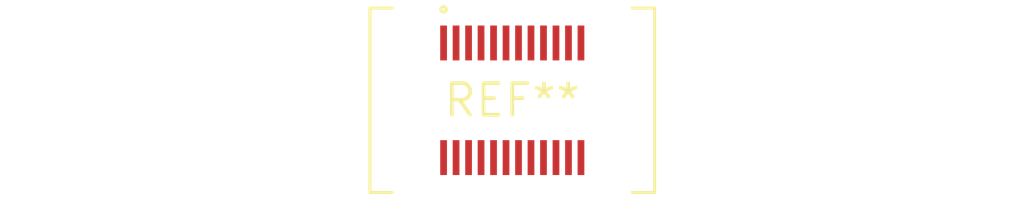
<source format=kicad_pcb>
(kicad_pcb (version 20240108) (generator pcbnew)
  (layers (0 "F.Cu" signal) (31 "B.Cu" signal) (34 "B.Paste" user) (35 "F.Paste" user) (36 "B.SilkS" user "B.Silkscreen") (37 "F.SilkS" user "F.Silkscreen") (38 "B.Mask" user) (39 "F.Mask" user) (44 "Edge.Cuts" user))
  (net 0 "")
  (footprint "USB_C_Receptacle_JAE_DX07S024WJ1R350" (layer "F.Cu") (at 0 0)
    (property "Reference" "REF**")
    (property "Value" "USB_C_Receptacle_JAE_DX07S024WJ1R350")
    (fp_line (start -5.7 -3.7) (end -5.7 3.7) (layer "F.SilkS") (stroke (width 0.12)))
    (fp_line (start -5.7 -3.7) (end -4.8 -3.7) (layer "F.SilkS") (stroke (width 0.12)))
    (fp_line (start -5.7 3.7) (end -4.8 3.7) (layer "F.SilkS") (stroke (width 0.12)))
    (fp_line (start 4.8 -3.7) (end 5.7 -3.7) (layer "F.SilkS") (stroke (width 0.12)))
    (fp_line (start 4.8 3.7) (end 5.7 3.7) (layer "F.SilkS") (stroke (width 0.12)))
    (fp_line (start 5.7 -3.7) (end 5.7 3.7) (layer "F.SilkS") (stroke (width 0.12)))
    (fp_circle (center -2.75 -3.65) (end -2.638197 -3.65) (layer "F.SilkS") (stroke (width 0.12)) (fill none))
    (pad "" np_thru_hole circle (at -3.5 -1.35) (size 0.6 0.6) (drill 0.6) (layers *.Cu *.Mask))
    (pad "" np_thru_hole oval (at 3.5 -1.35) (size 0.85 0.6) (drill oval 0.85 0.6) (layers *.Cu *.Mask))
    (pad "A1" smd rect (at -2.75 -2.3) (size 0.27 1.4) (layers "F.Cu" "F.Paste" "F.Mask"))
    (pad "A2" smd rect (at -2.25 -2.3) (size 0.27 1.4) (layers "F.Cu" "F.Paste" "F.Mask"))
    (pad "A3" smd rect (at -1.75 -2.3) (size 0.27 1.4) (layers "F.Cu" "F.Paste" "F.Mask"))
    (pad "A4" smd rect (at -1.25 -2.3) (size 0.27 1.4) (layers "F.Cu" "F.Paste" "F.Mask"))
    (pad "A5" smd rect (at -0.75 -2.3) (size 0.27 1.4) (layers "F.Cu" "F.Paste" "F.Mask"))
    (pad "A6" smd rect (at -0.25 -2.3) (size 0.27 1.4) (layers "F.Cu" "F.Paste" "F.Mask"))
    (pad "A7" smd rect (at 0.25 -2.3) (size 0.27 1.4) (layers "F.Cu" "F.Paste" "F.Mask"))
    (pad "A8" smd rect (at 0.75 -2.3) (size 0.27 1.4) (layers "F.Cu" "F.Paste" "F.Mask"))
    (pad "A9" smd rect (at 1.25 -2.3) (size 0.27 1.4) (layers "F.Cu" "F.Paste" "F.Mask"))
    (pad "A10" smd rect (at 1.75 -2.3) (size 0.27 1.4) (layers "F.Cu" "F.Paste" "F.Mask"))
    (pad "A11" smd rect (at 2.25 -2.3) (size 0.27 1.4) (layers "F.Cu" "F.Paste" "F.Mask"))
    (pad "A12" smd rect (at 2.75 -2.3) (size 0.27 1.4) (layers "F.Cu" "F.Paste" "F.Mask"))
    (pad "B1" smd rect (at 2.75 2.3) (size 0.27 1.4) (layers "F.Cu" "F.Paste" "F.Mask"))
    (pad "B2" smd rect (at 2.25 2.3) (size 0.27 1.4) (layers "F.Cu" "F.Paste" "F.Mask"))
    (pad "B3" smd rect (at 1.75 2.3) (size 0.27 1.4) (layers "F.Cu" "F.Paste" "F.Mask"))
    (pad "B4" smd rect (at 1.25 2.3) (size 0.27 1.4) (layers "F.Cu" "F.Paste" "F.Mask"))
    (pad "B5" smd rect (at 0.75 2.3) (size 0.27 1.4) (layers "F.Cu" "F.Paste" "F.Mask"))
    (pad "B6" smd rect (at 0.25 2.3) (size 0.27 1.4) (layers "F.Cu" "F.Paste" "F.Mask"))
    (pad "B7" smd rect (at -0.25 2.3) (size 0.27 1.4) (layers "F.Cu" "F.Paste" "F.Mask"))
    (pad "B8" smd rect (at -0.75 2.3) (size 0.27 1.4) (layers "F.Cu" "F.Paste" "F.Mask"))
    (pad "B9" smd rect (at -1.25 2.3) (size 0.27 1.4) (layers "F.Cu" "F.Paste" "F.Mask"))
    (pad "B10" smd rect (at -1.75 2.3) (size 0.27 1.4) (layers "F.Cu" "F.Paste" "F.Mask"))
    (pad "B11" smd rect (at -2.25 2.3) (size 0.27 1.4) (layers "F.Cu" "F.Paste" "F.Mask"))
    (pad "B12" smd rect (at -2.75 2.3) (size 0.27 1.4) (layers "F.Cu" "F.Paste" "F.Mask"))
    (pad "S1" thru_hole oval (at -4.1 -3.07 90) (size 1.2 1.7) (drill oval 0.8 1.3) (layers *.Cu *.Mask) (remove_unused_layers))
    (pad "S1" thru_hole oval (at -4.1 3.07 90) (size 1.2 1.7) (drill oval 0.8 1.3) (layers *.Cu *.Mask) (remove_unused_layers))
    (pad "S1" thru_hole oval (at -3.775 0 90) (size 0.95 1.35) (drill oval 0.55 0.95) (layers *.Cu *.Mask) (remove_unused_layers))
    (pad "S1" thru_hole oval (at 3.775 0 90) (size 0.95 1.35) (drill oval 0.55 0.95) (layers *.Cu *.Mask) (remove_unused_layers))
    (pad "S1" thru_hole oval (at 4.1 -3.07 90) (size 1.2 1.7) (drill oval 0.8 1.3) (layers *.Cu *.Mask) (remove_unused_layers))
    (pad "S1" thru_hole oval (at 4.1 3.07 90) (size 1.2 1.7) (drill oval 0.8 1.3) (layers *.Cu *.Mask) (remove_unused_layers))
  )
)
</source>
